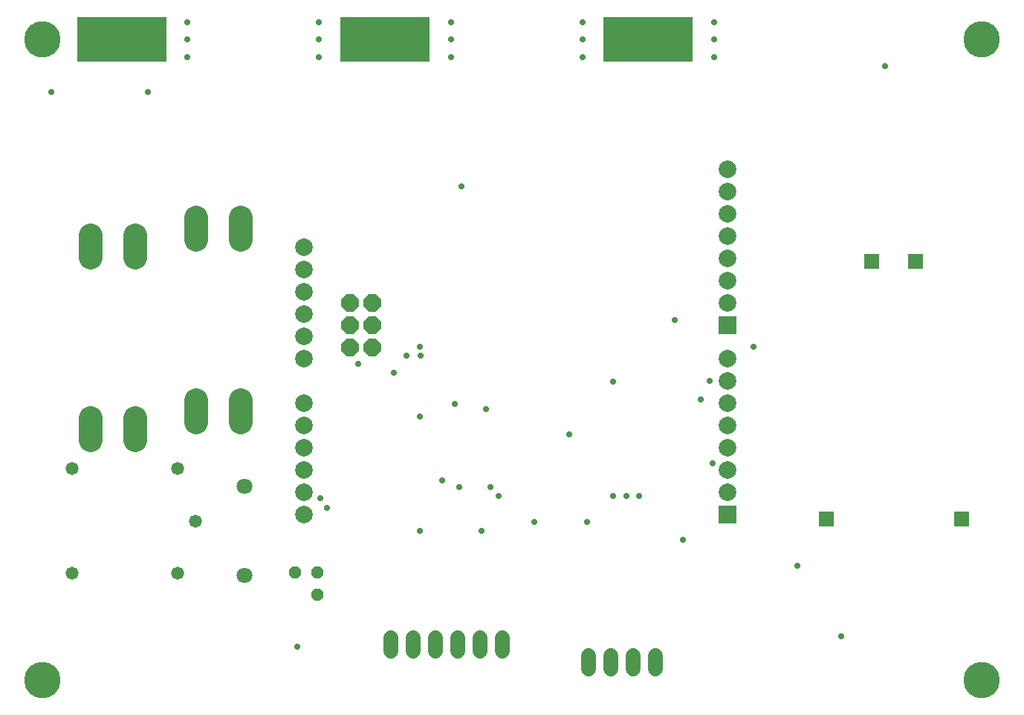
<source format=gbr>
G04 EAGLE Gerber X2 export*
%TF.Part,Single*%
%TF.FileFunction,Soldermask,Bot,1*%
%TF.FilePolarity,Negative*%
%TF.GenerationSoftware,Autodesk,EAGLE,9.0.1*%
%TF.CreationDate,2018-07-03T17:36:12Z*%
G75*
%MOMM*%
%FSLAX34Y34*%
%LPD*%
%AMOC8*
5,1,8,0,0,1.08239X$1,22.5*%
G01*
%ADD10P,1.457113X8X112.500000*%
%ADD11C,1.803400*%
%ADD12C,1.477000*%
%ADD13R,10.127000X5.127000*%
%ADD14C,2.667000*%
%ADD15C,1.651000*%
%ADD16R,1.651000X1.651000*%
%ADD17C,2.006600*%
%ADD18R,2.006600X2.006600*%
%ADD19P,2.171924X8X292.500000*%
%ADD20C,4.143000*%
%ADD21C,0.731000*%


D10*
X353040Y136970D03*
X353040Y162370D03*
X327640Y162370D03*
D11*
X270340Y260470D03*
X270340Y158870D03*
D12*
X74240Y280870D03*
X194240Y160870D03*
X214240Y220870D03*
X74240Y160870D03*
X194240Y280870D03*
D13*
X130340Y769670D03*
D14*
X265740Y566510D02*
X265740Y541110D01*
X214940Y541110D02*
X214940Y566510D01*
X214940Y358230D02*
X214940Y332830D01*
X265740Y332830D02*
X265740Y358230D01*
X145740Y521110D02*
X145740Y546510D01*
X94940Y546510D02*
X94940Y521110D01*
X94940Y338230D02*
X94940Y312830D01*
X145740Y312830D02*
X145740Y338230D01*
D13*
X430340Y769670D03*
X730340Y769670D03*
D15*
X738440Y67290D02*
X738440Y52050D01*
X713040Y52050D02*
X713040Y67290D01*
X687640Y67290D02*
X687640Y52050D01*
X662240Y52050D02*
X662240Y67290D01*
D16*
X1035340Y516670D03*
X985340Y516670D03*
X1087340Y222670D03*
X933340Y222670D03*
D17*
X338440Y532570D03*
X338440Y507170D03*
X338440Y481770D03*
X338440Y456370D03*
X338440Y430970D03*
X338440Y405570D03*
D18*
X821040Y227770D03*
D17*
X821040Y253170D03*
X821040Y278570D03*
X821040Y303970D03*
X821040Y329370D03*
X821040Y354770D03*
X821040Y380170D03*
X821040Y405570D03*
D18*
X821040Y443670D03*
D17*
X821040Y469070D03*
X821040Y494470D03*
X821040Y519870D03*
X821040Y545270D03*
X821040Y570670D03*
X821040Y596070D03*
X821040Y621470D03*
X338440Y354770D03*
X338440Y329370D03*
X338440Y303970D03*
X338440Y278570D03*
X338440Y253170D03*
X338440Y227770D03*
D15*
X563840Y87290D02*
X563840Y72050D01*
X538440Y72050D02*
X538440Y87290D01*
X513040Y87290D02*
X513040Y72050D01*
X487640Y72050D02*
X487640Y87290D01*
X462240Y87290D02*
X462240Y72050D01*
X436840Y72050D02*
X436840Y87290D01*
D19*
X390340Y469670D03*
X415740Y469670D03*
X390340Y444270D03*
X415740Y444270D03*
X390340Y418870D03*
X415740Y418870D03*
D20*
X40340Y39670D03*
X1110340Y39670D03*
X1110340Y769670D03*
X40340Y769670D03*
D21*
X600340Y219670D03*
X660340Y219670D03*
X770340Y199670D03*
X50340Y709670D03*
X1000340Y739670D03*
X517300Y602050D03*
X950340Y89670D03*
X330228Y77384D03*
X805340Y749670D03*
X805340Y769670D03*
X805340Y789670D03*
X205340Y749670D03*
X205340Y769670D03*
X205340Y789670D03*
X355340Y749670D03*
X355340Y769670D03*
X355340Y789670D03*
X505340Y749670D03*
X505340Y769670D03*
X505340Y789670D03*
X655340Y749670D03*
X655340Y769670D03*
X655340Y789670D03*
X545740Y348570D03*
X364440Y235470D03*
X356340Y246870D03*
X160340Y709670D03*
X440340Y389670D03*
X470340Y339670D03*
X560340Y249670D03*
X495340Y267170D03*
X470340Y209670D03*
X690340Y379670D03*
X760340Y449670D03*
X455340Y409670D03*
X470349Y419661D03*
X470840Y409170D03*
X510340Y354670D03*
X850340Y419670D03*
X640340Y319670D03*
X540340Y209670D03*
X900340Y169670D03*
X400000Y399670D03*
X550340Y259670D03*
X515340Y259670D03*
X720340Y249670D03*
X800340Y380170D03*
X705340Y249670D03*
X790340Y359670D03*
X690340Y249670D03*
X803540Y286470D03*
M02*

</source>
